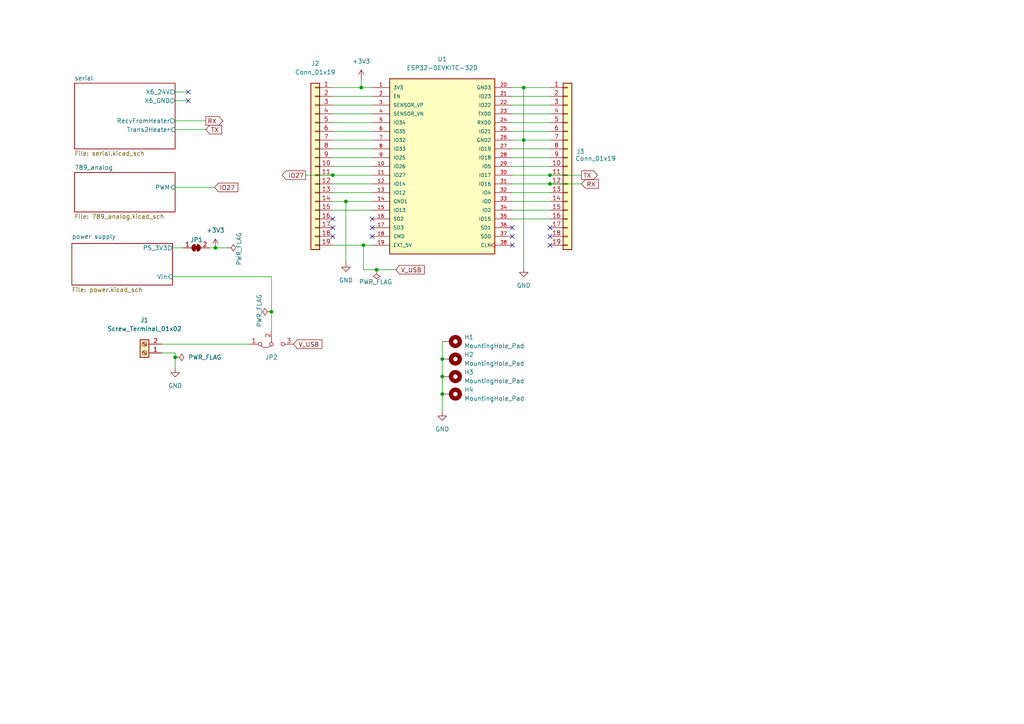
<source format=kicad_sch>
(kicad_sch (version 20211123) (generator eeschema)
  (paper "A4")
  (lib_symbols
    (symbol "Connector:Screw_Terminal_01x02" (pin_names (offset 1.016) hide)
      (property "Reference" "J" (at 0 2.54 0))
      (property "Value" "Screw_Terminal_01x02" (at 0 -5.08 0))
      (symbol "Screw_Terminal_01x02_1_1"
        (rectangle (start -1.27 1.27) (end 1.27 -3.81) (stroke (width 0.254)) (fill (type background)))
        (circle (center 0 -2.54) (radius 0.635) (stroke (width 0.1524)))
        (polyline (pts (xy -0.5334 -2.2098) (xy 0.3302 -3.048)) (stroke (width 0.1524)))
        (polyline (pts (xy -0.5334 0.3302) (xy 0.3302 -0.508)) (stroke (width 0.1524)))
        (polyline (pts (xy -0.3556 -2.032) (xy 0.508 -2.8702)) (stroke (width 0.1524)))
        (polyline (pts (xy -0.3556 0.508) (xy 0.508 -0.3302)) (stroke (width 0.1524)))
        (circle (center 0 0) (radius 0.635) (stroke (width 0.1524)))
        (pin passive line (at -5.08 0 0) (length 3.81) (name "Pin_1") (number "1"))
        (pin passive line (at -5.08 -2.54 0) (length 3.81) (name "Pin_2") (number "2"))
      )
    )
    (symbol "Connector_Generic:Conn_01x19" (pin_names (offset 1.016) hide)
      (property "Reference" "J" (at 0 25.4 0))
      (property "Value" "Conn_01x19" (at 0 -25.4 0))
      (symbol "Conn_01x19_1_1"
        (rectangle (start -1.27 -22.733) (end 0 -22.987) (stroke (width 0.1524)))
        (rectangle (start -1.27 -20.193) (end 0 -20.447) (stroke (width 0.1524)))
        (rectangle (start -1.27 -17.653) (end 0 -17.907) (stroke (width 0.1524)))
        (rectangle (start -1.27 -15.113) (end 0 -15.367) (stroke (width 0.1524)))
        (rectangle (start -1.27 -12.573) (end 0 -12.827) (stroke (width 0.1524)))
        (rectangle (start -1.27 -10.033) (end 0 -10.287) (stroke (width 0.1524)))
        (rectangle (start -1.27 -7.493) (end 0 -7.747) (stroke (width 0.1524)))
        (rectangle (start -1.27 -4.953) (end 0 -5.207) (stroke (width 0.1524)))
        (rectangle (start -1.27 -2.413) (end 0 -2.667) (stroke (width 0.1524)))
        (rectangle (start -1.27 0.127) (end 0 -0.127) (stroke (width 0.1524)))
        (rectangle (start -1.27 2.667) (end 0 2.413) (stroke (width 0.1524)))
        (rectangle (start -1.27 5.207) (end 0 4.953) (stroke (width 0.1524)))
        (rectangle (start -1.27 7.747) (end 0 7.493) (stroke (width 0.1524)))
        (rectangle (start -1.27 10.287) (end 0 10.033) (stroke (width 0.1524)))
        (rectangle (start -1.27 12.827) (end 0 12.573) (stroke (width 0.1524)))
        (rectangle (start -1.27 15.367) (end 0 15.113) (stroke (width 0.1524)))
        (rectangle (start -1.27 17.907) (end 0 17.653) (stroke (width 0.1524)))
        (rectangle (start -1.27 20.447) (end 0 20.193) (stroke (width 0.1524)))
        (rectangle (start -1.27 22.987) (end 0 22.733) (stroke (width 0.1524)))
        (rectangle (start -1.27 24.13) (end 1.27 -24.13) (stroke (width 0.254)) (fill (type background)))
        (pin passive line (at -5.08 22.86 0) (length 3.81) (name "Pin_1") (number "1"))
        (pin passive line (at -5.08 0 0) (length 3.81) (name "Pin_10") (number "10"))
        (pin passive line (at -5.08 -2.54 0) (length 3.81) (name "Pin_11") (number "11"))
        (pin passive line (at -5.08 -5.08 0) (length 3.81) (name "Pin_12") (number "12"))
        (pin passive line (at -5.08 -7.62 0) (length 3.81) (name "Pin_13") (number "13"))
        (pin passive line (at -5.08 -10.16 0) (length 3.81) (name "Pin_14") (number "14"))
        (pin passive line (at -5.08 -12.7 0) (length 3.81) (name "Pin_15") (number "15"))
        (pin passive line (at -5.08 -15.24 0) (length 3.81) (name "Pin_16") (number "16"))
        (pin passive line (at -5.08 -17.78 0) (length 3.81) (name "Pin_17") (number "17"))
        (pin passive line (at -5.08 -20.32 0) (length 3.81) (name "Pin_18") (number "18"))
        (pin passive line (at -5.08 -22.86 0) (length 3.81) (name "Pin_19") (number "19"))
        (pin passive line (at -5.08 20.32 0) (length 3.81) (name "Pin_2") (number "2"))
        (pin passive line (at -5.08 17.78 0) (length 3.81) (name "Pin_3") (number "3"))
        (pin passive line (at -5.08 15.24 0) (length 3.81) (name "Pin_4") (number "4"))
        (pin passive line (at -5.08 12.7 0) (length 3.81) (name "Pin_5") (number "5"))
        (pin passive line (at -5.08 10.16 0) (length 3.81) (name "Pin_6") (number "6"))
        (pin passive line (at -5.08 7.62 0) (length 3.81) (name "Pin_7") (number "7"))
        (pin passive line (at -5.08 5.08 0) (length 3.81) (name "Pin_8") (number "8"))
        (pin passive line (at -5.08 2.54 0) (length 3.81) (name "Pin_9") (number "9"))
      )
    )
    (symbol "Jumper:Jumper_3_Bridged12" (pin_names (offset 0) hide)
      (property "Reference" "JP" (at -2.54 -2.54 0))
      (property "Value" "Jumper_3_Bridged12" (at 0 2.794 0))
      (symbol "Jumper_3_Bridged12_0_0"
        (circle (center -3.302 0) (radius 0.508))
        (circle (center 0 0) (radius 0.508))
        (circle (center 3.302 0) (radius 0.508))
      )
      (symbol "Jumper_3_Bridged12_0_1"
        (arc (start -0.254 0.508) (mid -1.651 0.9912) (end -3.048 0.508))
        (polyline (pts (xy 0 -1.27) (xy 0 -0.508)))
      )
      (symbol "Jumper_3_Bridged12_1_1"
        (pin passive line (at -6.35 0 0) (length 2.54) (name "A") (number "1"))
        (pin passive line (at 0 -3.81 90) (length 2.54) (name "C") (number "2"))
        (pin passive line (at 6.35 0 180) (length 2.54) (name "B") (number "3"))
      )
    )
    (symbol "Jumper:SolderJumper_2_Bridged" (pin_names (offset 0) hide)
      (property "Reference" "JP" (at 0 2.032 0))
      (property "Value" "SolderJumper_2_Bridged" (at 0 -2.54 0))
      (symbol "SolderJumper_2_Bridged_0_1"
        (rectangle (start -0.508 0.508) (end 0.508 -0.508) (fill (type outline)))
        (arc (start -0.254 1.016) (mid -1.27 0) (end -0.254 -1.016))
        (arc (start -0.254 1.016) (mid -1.27 0) (end -0.254 -1.016) (fill (type outline)))
        (polyline (pts (xy -0.254 1.016) (xy -0.254 -1.016)))
        (polyline (pts (xy 0.254 1.016) (xy 0.254 -1.016)))
        (arc (start 0.254 -1.016) (mid 1.27 0) (end 0.254 1.016))
        (arc (start 0.254 -1.016) (mid 1.27 0) (end 0.254 1.016) (fill (type outline)))
      )
      (symbol "SolderJumper_2_Bridged_1_1"
        (pin passive line (at -3.81 0 0) (length 2.54) (name "A") (number "1"))
        (pin passive line (at 3.81 0 180) (length 2.54) (name "B") (number "2"))
      )
    )
    (symbol "Mechanical:MountingHole_Pad" (pin_numbers hide) (pin_names (offset 1.016) hide)
      (property "Reference" "H" (at 0 6.35 0))
      (property "Value" "MountingHole_Pad" (at 0 4.445 0))
      (symbol "MountingHole_Pad_0_1"
        (circle (center 0 1.27) (radius 1.27) (stroke (width 1.27)))
      )
      (symbol "MountingHole_Pad_1_1"
        (pin input line (at 0 -2.54 90) (length 2.54) (name "1") (number "1"))
      )
    )
    (symbol "esp32-devkitc-v4:ESP32-DEVKITC-32D" (pin_names (offset 1.016))
      (property "Reference" "U" (at -15.2654 26.0604 0))
      (property "Value" "ESP32-DEVKITC-32D" (at -15.2654 -27.9654 0))
      (symbol "ESP32-DEVKITC-32D_0_0"
        (rectangle (start -15.24 -25.4) (end 15.24 25.4) (stroke (width 0.254)) (fill (type background)))
        (pin power_in line (at -20.32 22.86 0) (length 5.08) (name "3V3") (number "1"))
        (pin bidirectional line (at -20.32 0 0) (length 5.08) (name "IO26") (number "10"))
        (pin bidirectional line (at -20.32 -2.54 0) (length 5.08) (name "IO27") (number "11"))
        (pin bidirectional line (at -20.32 -5.08 0) (length 5.08) (name "IO14") (number "12"))
        (pin bidirectional line (at -20.32 -7.62 0) (length 5.08) (name "IO12") (number "13"))
        (pin power_in line (at -20.32 -10.16 0) (length 5.08) (name "GND1") (number "14"))
        (pin bidirectional line (at -20.32 -12.7 0) (length 5.08) (name "IO13") (number "15"))
        (pin bidirectional line (at -20.32 -15.24 0) (length 5.08) (name "SD2") (number "16"))
        (pin bidirectional line (at -20.32 -17.78 0) (length 5.08) (name "SD3") (number "17"))
        (pin bidirectional line (at -20.32 -20.32 0) (length 5.08) (name "CMD") (number "18"))
        (pin power_in line (at -20.32 -22.86 0) (length 5.08) (name "EXT_5V") (number "19"))
        (pin input line (at -20.32 20.32 0) (length 5.08) (name "EN") (number "2"))
        (pin power_in line (at 20.32 22.86 180) (length 5.08) (name "GND3") (number "20"))
        (pin bidirectional line (at 20.32 20.32 180) (length 5.08) (name "IO23") (number "21"))
        (pin bidirectional line (at 20.32 17.78 180) (length 5.08) (name "IO22") (number "22"))
        (pin output line (at 20.32 15.24 180) (length 5.08) (name "TXD0") (number "23"))
        (pin input line (at 20.32 12.7 180) (length 5.08) (name "RXD0") (number "24"))
        (pin bidirectional line (at 20.32 10.16 180) (length 5.08) (name "IO21") (number "25"))
        (pin power_in line (at 20.32 7.62 180) (length 5.08) (name "GND2") (number "26"))
        (pin bidirectional line (at 20.32 5.08 180) (length 5.08) (name "IO19") (number "27"))
        (pin bidirectional line (at 20.32 2.54 180) (length 5.08) (name "IO18") (number "28"))
        (pin bidirectional line (at 20.32 0 180) (length 5.08) (name "IO5") (number "29"))
        (pin input line (at -20.32 17.78 0) (length 5.08) (name "SENSOR_VP") (number "3"))
        (pin bidirectional line (at 20.32 -2.54 180) (length 5.08) (name "IO17") (number "30"))
        (pin bidirectional line (at 20.32 -5.08 180) (length 5.08) (name "IO16") (number "31"))
        (pin bidirectional line (at 20.32 -7.62 180) (length 5.08) (name "IO4") (number "32"))
        (pin bidirectional line (at 20.32 -10.16 180) (length 5.08) (name "IO0") (number "33"))
        (pin bidirectional line (at 20.32 -12.7 180) (length 5.08) (name "IO2") (number "34"))
        (pin bidirectional line (at 20.32 -15.24 180) (length 5.08) (name "IO15") (number "35"))
        (pin bidirectional line (at 20.32 -17.78 180) (length 5.08) (name "SD1") (number "36"))
        (pin bidirectional line (at 20.32 -20.32 180) (length 5.08) (name "SD0") (number "37"))
        (pin input clock (at 20.32 -22.86 180) (length 5.08) (name "CLK") (number "38"))
        (pin input line (at -20.32 15.24 0) (length 5.08) (name "SENSOR_VN") (number "4"))
        (pin bidirectional line (at -20.32 12.7 0) (length 5.08) (name "IO34") (number "5"))
        (pin bidirectional line (at -20.32 10.16 0) (length 5.08) (name "IO35") (number "6"))
        (pin bidirectional line (at -20.32 7.62 0) (length 5.08) (name "IO32") (number "7"))
        (pin bidirectional line (at -20.32 5.08 0) (length 5.08) (name "IO33") (number "8"))
        (pin bidirectional line (at -20.32 2.54 0) (length 5.08) (name "IO25") (number "9"))
      )
    )
    (symbol "power:+3V3" (power) (pin_names (offset 0))
      (property "Value" "+3V3" (at 0 3.556 0))
      (symbol "+3V3_0_1"
        (polyline (pts (xy -0.762 1.27) (xy 0 2.54)))
        (polyline (pts (xy 0 0) (xy 0 2.54)))
        (polyline (pts (xy 0 2.54) (xy 0.762 1.27)))
      )
      (symbol "+3V3_1_1"
        (pin power_in line (at 0 0 90) (length 0) hide (name "+3V3") (number "1"))
      )
    )
    (symbol "power:GND" (power) (pin_names (offset 0))
      (property "Value" "GND" (at 0 -3.81 0))
      (symbol "GND_0_1"
        (polyline (pts (xy 0 0) (xy 0 -1.27) (xy 1.27 -1.27) (xy 0 -2.54) (xy -1.27 -1.27) (xy 0 -1.27)))
      )
      (symbol "GND_1_1"
        (pin power_in line (at 0 0 270) (length 0) hide (name "GND") (number "1"))
      )
    )
    (symbol "power:PWR_FLAG" (power) (pin_numbers hide) (pin_names (offset 0) hide)
      (property "Value" "PWR_FLAG" (at 0 3.81 0))
      (symbol "PWR_FLAG_0_0"
        (pin power_out line (at 0 0 90) (length 0) (name "pwr") (number "1"))
      )
      (symbol "PWR_FLAG_0_1"
        (polyline (pts (xy 0 0) (xy 0 1.27) (xy -1.016 1.905) (xy 0 2.54) (xy 1.016 1.905) (xy 0 1.27)))
      )
    )
  )
  (junction (at 159.512 53.34))
  (junction (at 78.74 90.424))
  (junction (at 50.8 103.632))
  (junction (at 159.512 50.8))
  (junction (at 96.52 50.8))
  (junction (at 62.484 71.882))
  (junction (at 105.41 71.12))
  (junction (at 151.892 40.64))
  (junction (at 128.27 109.22))
  (junction (at 100.33 58.42))
  (junction (at 109.22 78.232))
  (junction (at 151.892 25.4))
  (junction (at 104.775 25.4))
  (junction (at 128.27 104.14))
  (junction (at 128.27 114.3))
  (no_connect (at 148.59 66.04))
  (no_connect (at 159.512 66.04))
  (no_connect (at 159.512 68.58))
  (no_connect (at 148.59 71.12))
  (no_connect (at 148.59 68.58))
  (no_connect (at 159.512 71.12))
  (no_connect (at 96.52 68.58))
  (no_connect (at 96.52 66.04))
  (no_connect (at 96.52 63.5))
  (no_connect (at 107.95 63.5))
  (no_connect (at 107.95 66.04))
  (no_connect (at 107.95 68.58))
  (no_connect (at 54.61 26.67))
  (no_connect (at 54.61 29.21))
  (wire (pts (xy 148.59 40.64) (xy 151.892 40.64)))
  (wire (pts (xy 96.52 25.4) (xy 104.775 25.4)))
  (wire (pts (xy 109.22 78.232) (xy 114.808 78.232)))
  (wire (pts (xy 50.038 80.264) (xy 78.74 80.264)))
  (wire (pts (xy 78.74 90.424) (xy 78.74 96.012)))
  (wire (pts (xy 96.52 33.02) (xy 107.95 33.02)))
  (wire (pts (xy 96.52 43.18) (xy 107.95 43.18)))
  (wire (pts (xy 50.038 71.882) (xy 53.086 71.882)))
  (wire (pts (xy 96.52 38.1) (xy 107.95 38.1)))
  (wire (pts (xy 96.52 30.48) (xy 107.95 30.48)))
  (wire (pts (xy 96.52 45.72) (xy 107.95 45.72)))
  (wire (pts (xy 50.8 37.592) (xy 59.69 37.592)))
  (wire (pts (xy 148.59 27.94) (xy 159.512 27.94)))
  (wire (pts (xy 96.52 40.64) (xy 107.95 40.64)))
  (wire (pts (xy 148.59 30.48) (xy 159.512 30.48)))
  (wire (pts (xy 105.41 71.12) (xy 107.95 71.12)))
  (wire (pts (xy 148.59 48.26) (xy 159.512 48.26)))
  (wire (pts (xy 159.512 53.34) (xy 168.656 53.34)))
  (wire (pts (xy 50.8 106.807) (xy 50.8 103.632)))
  (wire (pts (xy 96.52 50.8) (xy 107.95 50.8)))
  (wire (pts (xy 96.52 71.12) (xy 105.41 71.12)))
  (wire (pts (xy 148.59 50.8) (xy 159.512 50.8)))
  (wire (pts (xy 100.33 58.42) (xy 107.95 58.42)))
  (wire (pts (xy 128.27 99.06) (xy 128.27 104.14)))
  (wire (pts (xy 50.8 54.356) (xy 62.23 54.356)))
  (wire (pts (xy 151.892 25.4) (xy 159.512 25.4)))
  (wire (pts (xy 96.52 53.34) (xy 107.95 53.34)))
  (wire (pts (xy 128.27 114.3) (xy 128.27 119.38)))
  (wire (pts (xy 50.8 29.21) (xy 54.61 29.21)))
  (wire (pts (xy 50.8 103.632) (xy 50.8 102.362)))
  (wire (pts (xy 151.892 25.4) (xy 151.892 40.64)))
  (wire (pts (xy 128.27 109.22) (xy 128.27 114.3)))
  (wire (pts (xy 50.8 102.362) (xy 46.99 102.362)))
  (wire (pts (xy 148.59 60.96) (xy 159.512 60.96)))
  (wire (pts (xy 96.52 27.94) (xy 107.95 27.94)))
  (wire (pts (xy 104.775 25.4) (xy 107.95 25.4)))
  (wire (pts (xy 105.41 78.232) (xy 109.22 78.232)))
  (wire (pts (xy 148.59 25.4) (xy 151.892 25.4)))
  (wire (pts (xy 128.27 104.14) (xy 128.27 109.22)))
  (wire (pts (xy 148.59 53.34) (xy 159.512 53.34)))
  (wire (pts (xy 148.59 35.56) (xy 159.512 35.56)))
  (wire (pts (xy 50.8 35.052) (xy 59.69 35.052)))
  (wire (pts (xy 151.892 40.64) (xy 159.512 40.64)))
  (wire (pts (xy 50.8 26.67) (xy 54.61 26.67)))
  (wire (pts (xy 96.52 60.96) (xy 107.95 60.96)))
  (wire (pts (xy 151.892 40.64) (xy 151.892 77.724)))
  (wire (pts (xy 96.52 58.42) (xy 100.33 58.42)))
  (wire (pts (xy 148.59 38.1) (xy 159.512 38.1)))
  (wire (pts (xy 148.59 33.02) (xy 159.512 33.02)))
  (wire (pts (xy 100.33 58.42) (xy 100.33 76.2)))
  (wire (pts (xy 62.484 71.882) (xy 65.786 71.882)))
  (wire (pts (xy 60.706 71.882) (xy 62.484 71.882)))
  (wire (pts (xy 159.512 50.8) (xy 168.656 50.8)))
  (wire (pts (xy 148.59 58.42) (xy 159.512 58.42)))
  (wire (pts (xy 46.99 99.822) (xy 72.39 99.822)))
  (wire (pts (xy 104.775 22.86) (xy 104.775 25.4)))
  (wire (pts (xy 148.59 63.5) (xy 159.512 63.5)))
  (wire (pts (xy 105.41 71.12) (xy 105.41 78.232)))
  (wire (pts (xy 148.59 45.72) (xy 159.512 45.72)))
  (wire (pts (xy 96.52 35.56) (xy 107.95 35.56)))
  (wire (pts (xy 78.74 80.264) (xy 78.74 90.424)))
  (wire (pts (xy 148.59 43.18) (xy 159.512 43.18)))
  (wire (pts (xy 88.646 50.8) (xy 96.52 50.8)))
  (wire (pts (xy 148.59 55.88) (xy 159.512 55.88)))
  (wire (pts (xy 96.52 55.88) (xy 107.95 55.88)))
  (wire (pts (xy 96.52 48.26) (xy 107.95 48.26)))
  (global_label "TX" (shape output) (at 168.656 50.8 0) (property "Intersheet References" "${INTERSHEET_REFS}" (effects hide)))
  (global_label "V_USB" (shape input) (at 85.09 99.822 0) (property "Intersheet References" "${INTERSHEET_REFS}" (effects hide)))
  (global_label "TX" (shape input) (at 59.69 37.592 0) (property "Intersheet References" "${INTERSHEET_REFS}" (effects hide)))
  (global_label "RX" (shape output) (at 59.69 35.052 0) (property "Intersheet References" "${INTERSHEET_REFS}" (effects hide)))
  (global_label "V_USB" (shape input) (at 114.808 78.232 0) (property "Intersheet References" "${INTERSHEET_REFS}" (effects hide)))
  (global_label "IO27" (shape input) (at 62.23 54.356 0) (property "Intersheet References" "${INTERSHEET_REFS}" (effects hide)))
  (global_label "RX" (shape input) (at 168.656 53.34 0) (property "Intersheet References" "${INTERSHEET_REFS}" (effects hide)))
  (global_label "IO27" (shape output) (at 88.646 50.8 180) (property "Intersheet References" "${INTERSHEET_REFS}" (effects hide)))
  (symbol (lib_id "power:PWR_FLAG") (at 109.22 78.232 180) (unit 1)
    (property "Reference" "#FLG0103" (effects hide))
    (property "Value" "PWR_FLAG" (at 108.929 81.7583 0))
  )
  (symbol (lib_id "Mechanical:MountingHole_Pad") (at 130.81 104.14 270) (unit 1)
    (property "Reference" "H2" (at 134.62 102.8699 90) (effects (justify left)))
    (property "Value" "MountingHole_Pad" (at 134.62 105.4099 90) (effects (justify left)))
    (property "Footprint" "MountingHole:MountingHole_2.2mm_M2_ISO7380_Pad_TopBottom" (effects hide))
  )
  (symbol (lib_id "power:GND") (at 128.27 119.38 0) (unit 1)
    (property "Reference" "#PWR02" (effects hide))
    (property "Value" "GND" (at 128.27 124.46 0))
  )
  (symbol (lib_id "Connector_Generic:Conn_01x19") (at 91.44 48.26 0) (mirror y) (unit 1)
    (property "Reference" "J2" (at 91.44 18.415 0))
    (property "Value" "Conn_01x19" (at 91.44 20.955 0))
    (property "Footprint" "Connector_PinHeader_2.54mm:PinHeader_1x19_P2.54mm_Vertical" (effects hide))
  )
  (symbol (lib_id "Mechanical:MountingHole_Pad") (at 130.81 114.3 270) (unit 1)
    (property "Reference" "H4" (at 134.62 113.0299 90) (effects (justify left)))
    (property "Value" "MountingHole_Pad" (at 134.62 115.5699 90) (effects (justify left)))
    (property "Footprint" "MountingHole:MountingHole_2.2mm_M2_ISO7380_Pad_TopBottom" (effects hide))
  )
  (symbol (lib_id "Mechanical:MountingHole_Pad") (at 130.81 99.06 270) (unit 1)
    (property "Reference" "H1" (at 134.62 97.7899 90) (effects (justify left)))
    (property "Value" "MountingHole_Pad" (at 134.62 100.3299 90) (effects (justify left)))
    (property "Footprint" "MountingHole:MountingHole_2.2mm_M2_ISO7380_Pad_TopBottom" (effects hide))
  )
  (symbol (lib_id "Jumper:Jumper_3_Bridged12") (at 78.74 99.822 0) (mirror x) (unit 1)
    (property "Reference" "JP2" (at 78.74 103.632 0))
    (property "Value" "Jumper_3_Bridged12" (effects hide))
    (property "Footprint" "Connector_PinHeader_2.54mm:PinHeader_1x03_P2.54mm_Vertical" (effects hide))
  )
  (symbol (lib_id "power:GND") (at 50.8 106.807 0) (unit 1)
    (property "Reference" "#PWR01" (effects hide))
    (property "Value" "GND" (at 50.8 111.887 0))
  )
  (symbol (lib_id "Jumper:SolderJumper_2_Bridged") (at 56.896 71.882 0) (unit 1)
    (property "Reference" "JP1" (at 56.9852 69.5754 0))
    (property "Value" "SolderJumper_2_Bridged" (effects hide))
    (property "Footprint" "Jumper:SolderJumper-2_P1.3mm_Bridged_RoundedPad1.0x1.5mm" (effects hide))
  )
  (symbol (lib_id "power:GND") (at 100.33 76.2 0) (unit 1)
    (property "Reference" "#PWR0102" (effects hide))
    (property "Value" "GND" (at 100.33 81.28 0))
  )
  (symbol (lib_id "Mechanical:MountingHole_Pad") (at 130.81 109.22 270) (unit 1)
    (property "Reference" "H3" (at 134.62 107.9499 90) (effects (justify left)))
    (property "Value" "MountingHole_Pad" (at 134.62 110.4899 90) (effects (justify left)))
    (property "Footprint" "MountingHole:MountingHole_2.2mm_M2_ISO7380_Pad_TopBottom" (effects hide))
  )
  (symbol (lib_id "power:PWR_FLAG") (at 78.74 90.424 90) (unit 1)
    (property "Reference" "#FLG0101" (effects hide))
    (property "Value" "PWR_FLAG" (at 75.2137 90.133 0))
  )
  (symbol (lib_id "power:PWR_FLAG") (at 65.786 71.882 270) (unit 1)
    (property "Reference" "#FLG0102" (effects hide))
    (property "Value" "PWR_FLAG" (at 69.3123 72.173 0))
  )
  (symbol (lib_id "power:GND") (at 151.892 77.724 0) (unit 1)
    (property "Reference" "#PWR0103" (effects hide))
    (property "Value" "GND" (at 151.892 82.804 0))
  )
  (symbol (lib_id "power:+3V3") (at 62.484 71.882 0) (unit 1)
    (property "Reference" "#PWR0101" (effects hide))
    (property "Value" "+3V3" (at 62.484 66.802 0))
  )
  (symbol (lib_id "power:+3V3") (at 104.775 22.86 0) (unit 1)
    (property "Reference" "#PWR03" (effects hide))
    (property "Value" "+3V3" (at 104.775 17.78 0))
  )
  (symbol (lib_id "esp32-devkitc-v4:ESP32-DEVKITC-32D") (at 128.27 48.26 0) (unit 1)
    (property "Reference" "U1" (at 128.27 17.145 0))
    (property "Value" "ESP32-DEVKITC-32D" (at 128.27 19.685 0))
    (property "Footprint" "my:MODULE_ESP32-DEVKITC-32D" (effects hide))
    (property "PARTREV" "4" (effects hide))
    (property "MANUFACTURER" "Espressif Systems" (effects hide))
  )
  (symbol (lib_id "Connector_Generic:Conn_01x19") (at 164.592 48.26 0) (unit 1)
    (property "Reference" "J3" (at 167.132 43.942 0) (effects (justify left)))
    (property "Value" "Conn_01x19" (at 166.878 45.974 0) (effects (justify left)))
    (property "Footprint" "Connector_PinHeader_2.54mm:PinHeader_1x19_P2.54mm_Vertical" (effects hide))
  )
  (symbol (lib_id "Connector:Screw_Terminal_01x02") (at 41.91 102.362 180) (unit 1)
    (property "Reference" "J1" (at 41.91 92.837 0))
    (property "Value" "Screw_Terminal_01x02" (at 41.91 95.377 0))
    (property "Footprint" "TerminalBlock:TerminalBlock_bornier-2_P5.08mm" (effects hide))
  )
  (symbol (lib_id "power:PWR_FLAG") (at 50.8 103.632 270) (unit 1)
    (property "Reference" "#FLG01" (effects hide))
    (property "Value" "PWR_FLAG" (at 54.61 103.6319 90) (effects (justify left)))
  )
  (sheet (at 21.59 24.13) (size 29.21 19.05) (stroke (width 0.1524))
    (property "Sheet name" "serial" (at 21.59 23.4184 0) (effects (justify left bottom)))
    (property "Sheet file" "serial.kicad_sch" (at 21.59 43.7646 0) (effects (justify left top)))
    (pin "X6_24V" output (at 50.8 26.67 0))
    (pin "X6_GND" output (at 50.8 29.21 0))
    (pin "RecvFromHeater" output (at 50.8 35.052 0))
    (pin "Trans2Heater" input (at 50.8 37.592 0))
  )
  (sheet (at 21.59 50.038) (size 29.21 11.43) (stroke (width 0.1524))
    (property "Sheet name" "789_analog" (at 21.59 49.3264 0) (effects (justify left bottom)))
    (property "Sheet file" "789_analog.kicad_sch" (at 21.59 62.0526 0) (effects (justify left top)))
    (pin "PWM" input (at 50.8 54.356 0))
  )
  (sheet (at 20.828 70.612) (size 29.21 12.065) (stroke (width 0.1524))
    (property "Sheet name" "power supply" (at 20.828 69.342 0) (effects (justify left bottom)))
    (property "Sheet file" "power.kicad_sch" (at 20.828 83.312 0) (effects (justify left top)))
    (pin "Vin" input (at 50.038 80.264 0))
    (pin "PS_3V3" output (at 50.038 71.882 0))
  )
)
</source>
